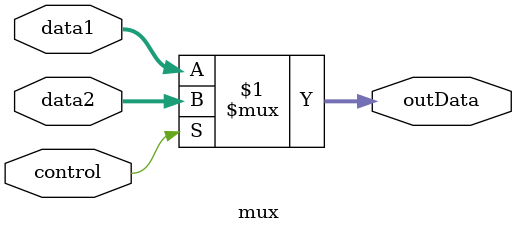
<source format=v>
`timescale 1ns / 1ps


module mux
  #(parameter width=32)
  (input [width-1:0] data1,data2,
   input control,
   output [width-1:0] outData
    );
    assign outData=control?data2:data1;
endmodule

</source>
